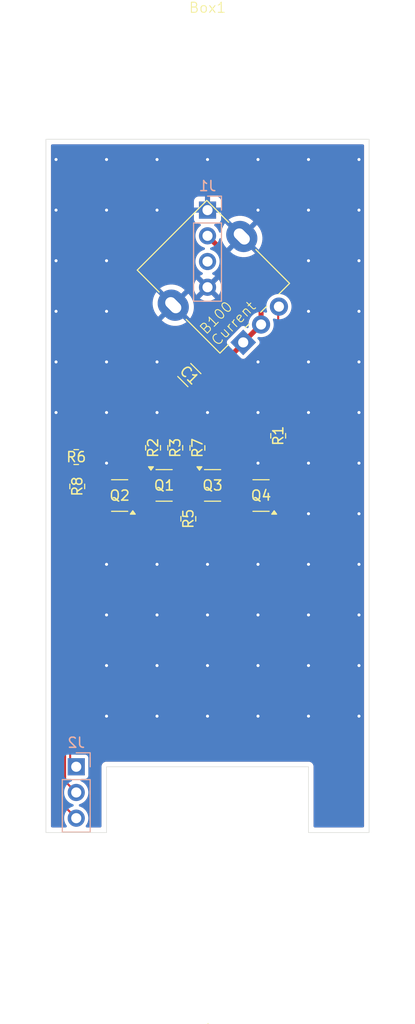
<source format=kicad_pcb>
(kicad_pcb (version 20241229) (generator "pcbnew") (generator_version "9.0")
  (layers (0 "F.Cu" jumper) (2 "B.Cu" signal) (13 "F.Paste" user) (15 "B.Paste" user) (5 "F.SilkS" user "F.Silkscreen") (7 "B.SilkS" user "B.Silkscreen") (1 "F.Mask" user) (3 "B.Mask" user) (25 "Edge.Cuts" user))
  (net 0 "")
  (net 1 "GND")
  (net 2 "IN")
  (net 3 "Net-(Q1A-B)")
  (net 4 "+V")
  (net 5 "Net-(Q1B-B)")
  (net 6 "GNDREF")
  (net 7 "Net-(Q1A-E)")
  (net 8 "Net-(Q1A-C)")
  (net 9 "Net-(Q2A-E)")
  (net 11 "Net-(Q3A-B)")
  (net 12 "Net-(Q3A-E)")
  (net 13 "Net-(Q3B-B)")
  (net 14 "Net-(Q4A-B)")
  (net 15 "Net-(R1-Pad1)")
  (net 16 "OUT")
  (footprint "Mylib:Potentiometer_9mm_MP" (layer "F.Cu") (at 100 76 45)
    (property "Reference" "RV1" (hide yes))
    (property "Value" "Current")
    (fp_line (start -4.87 -1.91) (end -4.87 -4.97) (stroke (width 0.12)) (layer "F.SilkS"))
    (fp_line (start 4.87 -4.97) (end -4.87 -4.97) (stroke (width 0.12)) (layer "F.SilkS"))
    (fp_line (start -4.88 6.62) (end -4.88 1.9) (stroke (width 0.12)) (layer "F.SilkS"))
    (fp_line (start -3.69 6.62) (end -4.87 6.62) (stroke (width 0.12)) (layer "F.SilkS"))
    (fp_line (start 4.87 -1.91) (end 4.87 -4.97) (stroke (width 0.12)) (layer "F.SilkS"))
    (fp_line (start -0.789999 6.62) (end -1.32 6.62) (stroke (width 0.12)) (layer "F.SilkS"))
    (fp_line (start 1.66 6.62) (end 0.830001 6.62) (stroke (width 0.12)) (layer "F.SilkS"))
    (fp_line (start 4.87 6.62) (end 4.87 1.9) (stroke (width 0.12)) (layer "F.SilkS"))
    (fp_line (start 4.87 6.62) (end 3.38 6.62) (stroke (width 0.12)) (layer "F.SilkS"))
    (pad "1" thru_hole rect (at -2.5 7.5 45) (size 1.8 1.8) (drill 1) (layers "*.Cu" "*.Mask") (net 4 "+V"))
    (pad "2" thru_hole circle (at 0 7.5 45) (size 1.8 1.8) (drill 1) (layers "*.Cu" "*.Mask") (net 4 "+V"))
    (pad "3" thru_hole circle (at 2.5 7.5 45) (size 1.8 1.8) (drill 1) (layers "*.Cu" "*.Mask") (net 15 "Net-(R1-Pad1)"))
    (pad "MP" thru_hole oval (at -4.800001 0 45) (size 2.72 3.24) (drill oval 1.1 1.8) (layers "*.Cu" "*.Mask") (net 1 "GND"))
    (pad "MP" thru_hole oval (at 4.800001 0 45) (size 2.72 3.24) (drill oval 1.1 1.8) (layers "*.Cu" "*.Mask") (net 1 "GND"))
  )
  (footprint "Mylib:1590A" (layer "F.Cu") (at 100 100)
    (property "Reference" "Box1" (at 0 -50 0) (layer "F.SilkS") (effects (font (thickness 0.1))))
    (property "Value" "1590A")
    (fp_line (start 0.05 50.375) (end 0.05 50.375) (stroke (width 0.1)) (layer "F.SilkS"))
  )
  (footprint "Resistor_SMD:R_0805_2012Metric" (layer "F.Cu") (at 87 94.4)
    (property "Reference" "R6" (at 0 0 0) (layer "F.SilkS"))
    (property "Value" "22k")
    (fp_line (start -0.227064 -0.735) (end 0.227064 -0.735) (stroke (width 0.12)) (layer "F.SilkS"))
    (fp_line (start -0.227064 0.735) (end 0.227064 0.735) (stroke (width 0.12)) (layer "F.SilkS"))
    (pad "1" smd roundrect (at -0.9125 0) (size 1.025 1.4) (layers "F.Cu" "F.Mask" "F.Paste") (roundrect_rratio 0.243902) (net 2 "IN"))
    (pad "2" smd roundrect (at 0.9125 0) (size 1.025 1.4) (layers "F.Cu" "F.Mask" "F.Paste") (roundrect_rratio 0.243902) (net 3 "Net-(Q1A-B)"))
  )
  (footprint "Resistor_SMD:R_0805_2012Metric" (layer "F.Cu") (at 96.807214 93.4875 -90)
    (property "Reference" "R3" (at 0 0 90) (layer "F.SilkS"))
    (property "Value" "10k")
    (fp_line (start -0.227064 0.735) (end 0.227064 0.735) (stroke (width 0.12)) (layer "F.SilkS"))
    (fp_line (start -0.227064 -0.735) (end 0.227064 -0.735) (stroke (width 0.12)) (layer "F.SilkS"))
    (pad "1" smd roundrect (at -0.9125 0 270) (size 1.025 1.4) (layers "F.Cu" "F.Mask" "F.Paste") (roundrect_rratio 0.243902) (net 4 "+V"))
    (pad "2" smd roundrect (at 0.9125 0 270) (size 1.025 1.4) (layers "F.Cu" "F.Mask" "F.Paste") (roundrect_rratio 0.243902) (net 16 "OUT"))
  )
  (footprint "Resistor_SMD:R_0805_2012Metric" (layer "F.Cu") (at 87.1 97.3 90)
    (property "Reference" "R8" (at 0 0 90) (layer "F.SilkS"))
    (property "Value" "22k")
    (fp_line (start -0.227064 -0.735) (end 0.227064 -0.735) (stroke (width 0.12)) (layer "F.SilkS"))
    (fp_line (start -0.227064 0.735) (end 0.227064 0.735) (stroke (width 0.12)) (layer "F.SilkS"))
    (pad "1" smd roundrect (at -0.9125 0 90) (size 1.025 1.4) (layers "F.Cu" "F.Mask" "F.Paste") (roundrect_rratio 0.243902) (net 6 "GNDREF"))
    (pad "2" smd roundrect (at 0.9125 0 90) (size 1.025 1.4) (layers "F.Cu" "F.Mask" "F.Paste") (roundrect_rratio 0.243902) (net 5 "Net-(Q1B-B)"))
  )
  (footprint "Resistor_SMD:R_0805_2012Metric" (layer "F.Cu") (at 99 93.5 -90)
    (property "Reference" "R7" (at 0 0 90) (layer "F.SilkS"))
    (property "Value" "22k")
    (fp_line (start -0.227064 0.735) (end 0.227064 0.735) (stroke (width 0.12)) (layer "F.SilkS"))
    (fp_line (start -0.227064 -0.735) (end 0.227064 -0.735) (stroke (width 0.12)) (layer "F.SilkS"))
    (pad "1" smd roundrect (at -0.9125 0 270) (size 1.025 1.4) (layers "F.Cu" "F.Mask" "F.Paste") (roundrect_rratio 0.243902) (net 2 "IN"))
    (pad "2" smd roundrect (at 0.9125 0 270) (size 1.025 1.4) (layers "F.Cu" "F.Mask" "F.Paste") (roundrect_rratio 0.243902) (net 11 "Net-(Q3A-B)"))
  )
  (footprint "Capacitor_SMD:C_1206_3216Metric_Pad1.33x1.80mm_HandSolder" (layer "F.Cu") (at 98.2 86.3 135)
    (property "Reference" "C1" (at -0.000001 0 135) (layer "F.SilkS"))
    (property "Value" "22uF")
    (fp_line (start -0.711252 -0.91) (end 0.711252 -0.91) (stroke (width 0.12)) (layer "F.SilkS"))
    (fp_line (start -0.711252 0.91) (end 0.711252 0.91) (stroke (width 0.12)) (layer "F.SilkS"))
    (pad "1" smd roundrect (at -1.5625 0 135) (size 1.325 1.8) (layers "F.Cu" "F.Mask" "F.Paste") (roundrect_rratio 0.188679) (net 4 "+V"))
    (pad "2" smd roundrect (at 1.5625 0 135) (size 1.325 1.8) (layers "F.Cu" "F.Mask" "F.Paste") (roundrect_rratio 0.188679) (net 1 "GND"))
  )
  (footprint "Package_TO_SOT_SMD:SOT-23-6" (layer "F.Cu") (at 100.5 97.2)
    (property "Reference" "Q3" (at 0 0 0) (layer "F.SilkS"))
    (property "Value" "DMMT5551")
    (fp_line (start 0 -1.56) (end -0.8 -1.56) (stroke (width 0.12)) (layer "F.SilkS"))
    (fp_line (start 0 -1.56) (end 0.8 -1.56) (stroke (width 0.12)) (layer "F.SilkS"))
    (fp_line (start 0 1.56) (end -0.8 1.56) (stroke (width 0.12)) (layer "F.SilkS"))
    (fp_line (start 0 1.56) (end 0.8 1.56) (stroke (width 0.12)) (layer "F.SilkS"))
    (fp_poly (pts (xy -1.3 -1.51) (xy -1.54 -1.84) (xy -1.06 -1.84)) (stroke (width 0.12)) (fill yes) (layer "F.SilkS"))
    (pad "1" smd roundrect (at -1.1375 -0.95) (size 1.325 0.6) (layers "F.Cu" "F.Mask" "F.Paste") (net 7 "Net-(Q1A-E)"))
    (pad "2" smd roundrect (at -1.1375 0) (size 1.325 0.6) (layers "F.Cu" "F.Mask" "F.Paste") (net 11 "Net-(Q3A-B)"))
    (pad "3" smd roundrect (at -1.1375 0.95) (size 1.325 0.6) (layers "F.Cu" "F.Mask" "F.Paste") (net 13 "Net-(Q3B-B)"))
    (pad "4" smd roundrect (at 1.1375 0.95) (size 1.325 0.6) (layers "F.Cu" "F.Mask" "F.Paste") (net 9 "Net-(Q2A-E)"))
    (pad "5" smd roundrect (at 1.1375 0) (size 1.325 0.6) (layers "F.Cu" "F.Mask" "F.Paste") (net 12 "Net-(Q3A-E)"))
    (pad "6" smd roundrect (at 1.1375 -0.95) (size 1.325 0.6) (layers "F.Cu" "F.Mask" "F.Paste") (net 12 "Net-(Q3A-E)"))
  )
  (footprint "Resistor_SMD:R_0805_2012Metric" (layer "F.Cu") (at 107 92.3 -90)
    (property "Reference" "R1" (at 0 0 90) (layer "F.SilkS"))
    (property "Value" "10k")
    (fp_line (start -0.227064 0.735) (end 0.227064 0.735) (stroke (width 0.12)) (layer "F.SilkS"))
    (fp_line (start -0.227064 -0.735) (end 0.227064 -0.735) (stroke (width 0.12)) (layer "F.SilkS"))
    (pad "1" smd roundrect (at -0.9125 0 270) (size 1.025 1.4) (layers "F.Cu" "F.Mask" "F.Paste") (roundrect_rratio 0.243902) (net 15 "Net-(R1-Pad1)"))
    (pad "2" smd roundrect (at 0.9125 0 270) (size 1.025 1.4) (layers "F.Cu" "F.Mask" "F.Paste") (roundrect_rratio 0.243902) (net 14 "Net-(Q4A-B)"))
  )
  (footprint "Resistor_SMD:R_0805_2012Metric" (layer "F.Cu") (at 94.607214 93.4875 -90)
    (property "Reference" "R2" (at 0 0 90) (layer "F.SilkS"))
    (property "Value" "10k")
    (fp_line (start -0.227064 0.735) (end 0.227064 0.735) (stroke (width 0.12)) (layer "F.SilkS"))
    (fp_line (start -0.227064 -0.735) (end 0.227064 -0.735) (stroke (width 0.12)) (layer "F.SilkS"))
    (pad "1" smd roundrect (at -0.9125 0 270) (size 1.025 1.4) (layers "F.Cu" "F.Mask" "F.Paste") (roundrect_rratio 0.243902) (net 4 "+V"))
    (pad "2" smd roundrect (at 0.9125 0 270) (size 1.025 1.4) (layers "F.Cu" "F.Mask" "F.Paste") (roundrect_rratio 0.243902) (net 8 "Net-(Q1A-C)"))
  )
  (footprint "Package_TO_SOT_SMD:SOT-23-6" (layer "F.Cu") (at 105.3 98.2 180)
    (property "Reference" "Q4" (at 0 0 0) (layer "F.SilkS"))
    (property "Value" "DMMT5551")
    (fp_line (start 0 1.56) (end 0.8 1.56) (stroke (width 0.12)) (layer "F.SilkS"))
    (fp_line (start 0 1.56) (end -0.8 1.56) (stroke (width 0.12)) (layer "F.SilkS"))
    (fp_line (start 0 -1.56) (end 0.8 -1.56) (stroke (width 0.12)) (layer "F.SilkS"))
    (fp_line (start 0 -1.56) (end -0.8 -1.56) (stroke (width 0.12)) (layer "F.SilkS"))
    (fp_poly (pts (xy -1.3 -1.51) (xy -1.54 -1.84) (xy -1.06 -1.84)) (stroke (width 0.12)) (fill yes) (layer "F.SilkS"))
    (pad "1" smd roundrect (at -1.1375 -0.95 180) (size 1.325 0.6) (layers "F.Cu" "F.Mask" "F.Paste") (net 14 "Net-(Q4A-B)"))
    (pad "2" smd roundrect (at -1.1375 0 180) (size 1.325 0.6) (layers "F.Cu" "F.Mask" "F.Paste") (net 14 "Net-(Q4A-B)"))
    (pad "3" smd roundrect (at -1.1375 0.95 180) (size 1.325 0.6) (layers "F.Cu" "F.Mask" "F.Paste") (net 14 "Net-(Q4A-B)"))
    (pad "4" smd roundrect (at 1.1375 0.95 180) (size 1.325 0.6) (layers "F.Cu" "F.Mask" "F.Paste") (net 12 "Net-(Q3A-E)"))
    (pad "5" smd roundrect (at 1.1375 0 180) (size 1.325 0.6) (layers "F.Cu" "F.Mask" "F.Paste") (net 1 "GND"))
    (pad "6" smd roundrect (at 1.1375 -0.95 180) (size 1.325 0.6) (layers "F.Cu" "F.Mask" "F.Paste") (net 1 "GND"))
  )
  (footprint "Package_TO_SOT_SMD:SOT-23-6" (layer "F.Cu") (at 91.3 98.2 180)
    (property "Reference" "Q2" (at 0 0 0) (layer "F.SilkS"))
    (property "Value" "DMMT5551")
    (fp_line (start 0 1.56) (end 0.8 1.56) (stroke (width 0.12)) (layer "F.SilkS"))
    (fp_line (start 0 1.56) (end -0.8 1.56) (stroke (width 0.12)) (layer "F.SilkS"))
    (fp_line (start 0 -1.56) (end 0.8 -1.56) (stroke (width 0.12)) (layer "F.SilkS"))
    (fp_line (start 0 -1.56) (end -0.8 -1.56) (stroke (width 0.12)) (layer "F.SilkS"))
    (fp_poly (pts (xy -1.3 -1.51) (xy -1.54 -1.84) (xy -1.06 -1.84)) (stroke (width 0.12)) (fill yes) (layer "F.SilkS"))
    (pad "1" smd roundrect (at -1.1375 -0.95 180) (size 1.325 0.6) (layers "F.Cu" "F.Mask" "F.Paste") (net 8 "Net-(Q1A-C)"))
    (pad "2" smd roundrect (at -1.1375 0 180) (size 1.325 0.6) (layers "F.Cu" "F.Mask" "F.Paste") (net 5 "Net-(Q1B-B)"))
    (pad "3" smd roundrect (at -1.1375 0.95 180) (size 1.325 0.6) (layers "F.Cu" "F.Mask" "F.Paste") (net 3 "Net-(Q1A-B)"))
    (pad "4" smd roundrect (at 1.1375 0.95 180) (size 1.325 0.6) (layers "F.Cu" "F.Mask" "F.Paste") (net 16 "OUT"))
    (pad "5" smd roundrect (at 1.1375 0 180) (size 1.325 0.6) (layers "F.Cu" "F.Mask" "F.Paste") (net 9 "Net-(Q2A-E)"))
    (pad "6" smd roundrect (at 1.1375 -0.95 180) (size 1.325 0.6) (layers "F.Cu" "F.Mask" "F.Paste") (net 9 "Net-(Q2A-E)"))
  )
  (footprint "Package_TO_SOT_SMD:SOT-23-6" (layer "F.Cu") (at 95.7 97.2)
    (property "Reference" "Q1" (at 0 0 0) (layer "F.SilkS"))
    (property "Value" "DMMT5551")
    (fp_line (start 0 -1.56) (end -0.8 -1.56) (stroke (width 0.12)) (layer "F.SilkS"))
    (fp_line (start 0 -1.56) (end 0.8 -1.56) (stroke (width 0.12)) (layer "F.SilkS"))
    (fp_line (start 0 1.56) (end -0.8 1.56) (stroke (width 0.12)) (layer "F.SilkS"))
    (fp_line (start 0 1.56) (end 0.8 1.56) (stroke (width 0.12)) (layer "F.SilkS"))
    (fp_poly (pts (xy -1.3 -1.51) (xy -1.54 -1.84) (xy -1.06 -1.84)) (stroke (width 0.12)) (fill yes) (layer "F.SilkS"))
    (pad "1" smd roundrect (at -1.1375 -0.95) (size 1.325 0.6) (layers "F.Cu" "F.Mask" "F.Paste") (net 8 "Net-(Q1A-C)"))
    (pad "2" smd roundrect (at -1.1375 0) (size 1.325 0.6) (layers "F.Cu" "F.Mask" "F.Paste") (net 3 "Net-(Q1A-B)"))
    (pad "3" smd roundrect (at -1.1375 0.95) (size 1.325 0.6) (layers "F.Cu" "F.Mask" "F.Paste") (net 5 "Net-(Q1B-B)"))
    (pad "4" smd roundrect (at 1.1375 0.95) (size 1.325 0.6) (layers "F.Cu" "F.Mask" "F.Paste") (net 16 "OUT"))
    (pad "5" smd roundrect (at 1.1375 0) (size 1.325 0.6) (layers "F.Cu" "F.Mask" "F.Paste") (net 7 "Net-(Q1A-E)"))
    (pad "6" smd roundrect (at 1.1375 -0.95) (size 1.325 0.6) (layers "F.Cu" "F.Mask" "F.Paste") (net 7 "Net-(Q1A-E)"))
  )
  (footprint "Resistor_SMD:R_0805_2012Metric" (layer "F.Cu") (at 98.1 100.5 90)
    (property "Reference" "R5" (at 0 0 90) (layer "F.SilkS"))
    (property "Value" "22k")
    (fp_line (start -0.227064 -0.735) (end 0.227064 -0.735) (stroke (width 0.12)) (layer "F.SilkS"))
    (fp_line (start -0.227064 0.735) (end 0.227064 0.735) (stroke (width 0.12)) (layer "F.SilkS"))
    (pad "1" smd roundrect (at -0.9125 0 90) (size 1.025 1.4) (layers "F.Cu" "F.Mask" "F.Paste") (roundrect_rratio 0.243902) (net 6 "GNDREF"))
    (pad "2" smd roundrect (at 0.9125 0 90) (size 1.025 1.4) (layers "F.Cu" "F.Mask" "F.Paste") (roundrect_rratio 0.243902) (net 13 "Net-(Q3B-B)"))
  )
  (footprint "Connector_PinHeader_2.54mm:PinHeader_1x04_P2.54mm_Vertical" (layer "B.Cu") (at 100 70 180)
    (property "Reference" "J1" (at 0 2.38 0) (layer "B.SilkS") (effects (justify mirror)))
    (property "Value" "Conn_01x04_Pin")
    (fp_line (start 1.38 -1.27) (end 1.38 -9) (stroke (width 0.12)) (layer "B.SilkS"))
    (fp_line (start -1.38 1.38) (end 0 1.38) (stroke (width 0.12)) (layer "B.SilkS"))
    (fp_line (start -1.38 0) (end -1.38 1.38) (stroke (width 0.12)) (layer "B.SilkS"))
    (fp_line (start -1.38 -1.27) (end 1.38 -1.27) (stroke (width 0.12)) (layer "B.SilkS"))
    (fp_line (start -1.38 -1.27) (end -1.38 -9) (stroke (width 0.12)) (layer "B.SilkS"))
    (fp_line (start -1.38 -9) (end 1.38 -9) (stroke (width 0.12)) (layer "B.SilkS"))
    (pad "1" thru_hole rect (at 0 0 180) (size 1.7 1.7) (drill 1) (layers "*.Cu" "*.Mask") (net 1 "GND"))
    (pad "2" thru_hole circle (at 0 -2.54 180) (size 1.7 1.7) (drill 1) (layers "*.Cu" "*.Mask") (net 4 "+V"))
    (pad "3" thru_hole circle (at 0 -5.08 180) (size 1.7 1.7) (drill 1) (layers "*.Cu" "*.Mask"))
    (pad "4" thru_hole circle (at 0 -7.62 180) (size 1.7 1.7) (drill 1) (layers "*.Cu" "*.Mask") (net 1 "GND"))
  )
  (footprint "Connector_PinHeader_2.54mm:PinHeader_1x03_P2.54mm_Vertical" (layer "B.Cu") (at 87 125 180)
    (property "Reference" "J2" (at 0 2.38 0) (layer "B.SilkS") (effects (justify mirror)))
    (property "Value" "Conn_01x03_Pin")
    (fp_line (start 1.38 -1.27) (end 1.38 -6.46) (stroke (width 0.12)) (layer "B.SilkS"))
    (fp_line (start -1.38 1.38) (end 0 1.38) (stroke (width 0.12)) (layer "B.SilkS"))
    (fp_line (start -1.38 0) (end -1.38 1.38) (stroke (width 0.12)) (layer "B.SilkS"))
    (fp_line (start -1.38 -1.27) (end 1.38 -1.27) (stroke (width 0.12)) (layer "B.SilkS"))
    (fp_line (start -1.38 -1.27) (end -1.38 -6.46) (stroke (width 0.12)) (layer "B.SilkS"))
    (fp_line (start -1.38 -6.46) (end 1.38 -6.46) (stroke (width 0.12)) (layer "B.SilkS"))
    (pad "1" thru_hole rect (at 0 0 180) (size 1.7 1.7) (drill 1) (layers "*.Cu" "*.Mask") (net 6 "GNDREF"))
    (pad "2" thru_hole circle (at 0 -2.54 180) (size 1.7 1.7) (drill 1) (layers "*.Cu" "*.Mask") (net 16 "OUT"))
    (pad "3" thru_hole circle (at 0 -5.08 180) (size 1.7 1.7) (drill 1) (layers "*.Cu" "*.Mask") (net 2 "IN"))
  )
  (gr_line (start 116 131.5) (end 116 63) (stroke (width 0.05)) (layer "Edge.Cuts"))
  (gr_line (start 84 131.5) (end 90 131.5) (stroke (width 0.05)) (layer "Edge.Cuts"))
  (gr_line (start 116 63) (end 84 63) (stroke (width 0.05)) (layer "Edge.Cuts"))
  (gr_line (start 90 125) (end 110 125) (stroke (width 0.05)) (layer "Edge.Cuts"))
  (gr_line (start 110 131.5) (end 116 131.5) (stroke (width 0.05)) (layer "Edge.Cuts"))
  (gr_line (start 90 131.5) (end 90 125) (stroke (width 0.05)) (layer "Edge.Cuts"))
  (gr_line (start 84 63) (end 84 131.5) (stroke (width 0.05)) (layer "Edge.Cuts"))
  (gr_line (start 110 125) (end 110 131.5) (stroke (width 0.05)) (layer "Edge.Cuts"))
  (gr_text "B100\nCurrent" (at 101 83.6 45) (layer "F.SilkS") (effects (font (size 1 1) (thickness 0.1)) (justify left bottom)))
  (via (at 90 110) (size 0.6) (drill 0.3) (layers "F.Cu" "B.Cu") (net 1))
  (via (at 95 105) (size 0.6) (drill 0.3) (layers "F.Cu" "B.Cu") (net 1))
  (via (at 110 70) (size 0.6) (drill 0.3) (layers "F.Cu" "B.Cu") (net 1))
  (via (at 115 70) (size 0.6) (drill 0.3) (layers "F.Cu" "B.Cu") (net 1))
  (via (at 110 120) (size 0.6) (drill 0.3) (layers "F.Cu" "B.Cu") (net 1))
  (via (at 90 85) (size 0.6) (drill 0.3) (layers "F.Cu" "B.Cu") (net 1))
  (via (at 95 120) (size 0.6) (drill 0.3) (layers "F.Cu" "B.Cu") (net 1))
  (via (at 105 95) (size 0.6) (drill 0.3) (layers "F.Cu" "B.Cu") (net 1))
  (via (at 90 105) (size 0.6) (drill 0.3) (layers "F.Cu" "B.Cu") (net 1))
  (via (at 115 80) (size 0.6) (drill 0.3) (layers "F.Cu" "B.Cu") (net 1))
  (via (at 85 85) (size 0.6) (drill 0.3) (layers "F.Cu" "B.Cu") (net 1))
  (via (at 90 120) (size 0.6) (drill 0.3) (layers "F.Cu" "B.Cu") (net 1))
  (via (at 105 65) (size 0.6) (drill 0.3) (layers "F.Cu" "B.Cu") (net 1))
  (via (at 115 85) (size 0.6) (drill 0.3) (layers "F.Cu" "B.Cu") (net 1))
  (via (at 110 110) (size 0.6) (drill 0.3) (layers "F.Cu" "B.Cu") (net 1))
  (via (at 115 100) (size 0.6) (drill 0.3) (layers "F.Cu" "B.Cu") (net 1))
  (via (at 105 105) (size 0.6) (drill 0.3) (layers "F.Cu" "B.Cu") (net 1))
  (via (at 110 75) (size 0.6) (drill 0.3) (layers "F.Cu" "B.Cu") (net 1))
  (via (at 90 70) (size 0.6) (drill 0.3) (layers "F.Cu" "B.Cu") (net 1))
  (via (at 115 105) (size 0.6) (drill 0.3) (layers "F.Cu" "B.Cu") (net 1))
  (via (at 115 90) (size 0.6) (drill 0.3) (layers "F.Cu" "B.Cu") (net 1))
  (via (at 110 95) (size 0.6) (drill 0.3) (layers "F.Cu" "B.Cu") (net 1))
  (via (at 85 90) (size 0.6) (drill 0.3) (layers "F.Cu" "B.Cu") (net 1))
  (via (at 95 90) (size 0.6) (drill 0.3) (layers "F.Cu" "B.Cu") (net 1))
  (via (at 100 120) (size 0.6) (drill 0.3) (layers "F.Cu" "B.Cu") (net 1))
  (via (at 90 90) (size 0.6) (drill 0.3) (layers "F.Cu" "B.Cu") (net 1))
  (via (at 110 85) (size 0.6) (drill 0.3) (layers "F.Cu" "B.Cu") (net 1))
  (via (at 95 115) (size 0.6) (drill 0.3) (layers "F.Cu" "B.Cu") (net 1))
  (via (at 85 80) (size 0.6) (drill 0.3) (layers "F.Cu" "B.Cu") (net 1))
  (via (at 95 110) (size 0.6) (drill 0.3) (layers "F.Cu" "B.Cu") (net 1))
  (via (at 90 65) (size 0.6) (drill 0.3) (layers "F.Cu" "B.Cu") (net 1))
  (via (at 100 115) (size 0.6) (drill 0.3) (layers "F.Cu" "B.Cu") (net 1))
  (via (at 110 100) (size 0.6) (drill 0.3) (layers "F.Cu" "B.Cu") (net 1))
  (via (at 100 65) (size 0.6) (drill 0.3) (layers "F.Cu" "B.Cu") (net 1))
  (via (at 95 70) (size 0.6) (drill 0.3) (layers "F.Cu" "B.Cu") (net 1))
  (via (at 110 90) (size 0.6) (drill 0.3) (layers "F.Cu" "B.Cu") (net 1))
  (via (at 105 70) (size 0.6) (drill 0.3) (layers "F.Cu" "B.Cu") (net 1))
  (via (at 100 105) (size 0.6) (drill 0.3) (layers "F.Cu" "B.Cu") (net 1))
  (via (at 95 85) (size 0.6) (drill 0.3) (layers "F.Cu" "B.Cu") (net 1))
  (via (at 115 115) (size 0.6) (drill 0.3) (layers "F.Cu" "B.Cu") (net 1))
  (via (at 110 80) (size 0.6) (drill 0.3) (layers "F.Cu" "B.Cu") (net 1))
  (via (at 100 110) (size 0.6) (drill 0.3) (layers "F.Cu" "B.Cu") (net 1))
  (via (at 85 65) (size 0.6) (drill 0.3) (layers "F.Cu" "B.Cu") (net 1))
  (via (at 100 90) (size 0.6) (drill 0.3) (layers "F.Cu" "B.Cu") (net 1))
  (via (at 105 90) (size 0.6) (drill 0.3) (layers "F.Cu" "B.Cu") (net 1))
  (via (at 95 65) (size 0.6) (drill 0.3) (layers "F.Cu" "B.Cu") (net 1))
  (via (at 110 115) (size 0.6) (drill 0.3) (layers "F.Cu" "B.Cu") (net 1))
  (via (at 85 70) (size 0.6) (drill 0.3) (layers "F.Cu" "B.Cu") (net 1))
  (via (at 105 120) (size 0.6) (drill 0.3) (layers "F.Cu" "B.Cu") (net 1))
  (via (at 90 80) (size 0.6) (drill 0.3) (layers "F.Cu" "B.Cu") (net 1))
  (via (at 105 110) (size 0.6) (drill 0.3) (layers "F.Cu" "B.Cu") (net 1))
  (via (at 90 115) (size 0.6) (drill 0.3) (layers "F.Cu" "B.Cu") (net 1))
  (via (at 110 105) (size 0.6) (drill 0.3) (layers "F.Cu" "B.Cu") (net 1))
  (via (at 105 115) (size 0.6) (drill 0.3) (layers "F.Cu" "B.Cu") (net 1))
  (via (at 115 65) (size 0.6) (drill 0.3) (layers "F.Cu" "B.Cu") (net 1))
  (via (at 115 75) (size 0.6) (drill 0.3) (layers "F.Cu" "B.Cu") (net 1))
  (via (at 115 120) (size 0.6) (drill 0.3) (layers "F.Cu" "B.Cu") (net 1))
  (via (at 85 75) (size 0.6) (drill 0.3) (layers "F.Cu" "B.Cu") (net 1))
  (via (at 90 75) (size 0.6) (drill 0.3) (layers "F.Cu" "B.Cu") (net 1))
  (via (at 105 85) (size 0.6) (drill 0.3) (layers "F.Cu" "B.Cu") (net 1))
  (via (at 90 95) (size 0.6) (drill 0.3) (layers "F.Cu" "B.Cu") (net 1))
  (via (at 115 95) (size 0.6) (drill 0.3) (layers "F.Cu" "B.Cu") (net 1))
  (via (at 110 65) (size 0.6) (drill 0.3) (layers "F.Cu" "B.Cu") (net 1))
  (via (at 115 110) (size 0.6) (drill 0.3) (layers "F.Cu" "B.Cu") (net 1))
  (segment (start 85.3875 97.8125) (end 85.3875 128.4675) (width 0.2) (layer "F.Cu") (net 2))
  (segment (start 86.1 94.4125) (end 86.1 97.1) (width 0.2) (layer "F.Cu") (net 2))
  (segment (start 86.4615 93.3385) (end 86.0875 93.7125) (width 0.2) (layer "F.Cu") (net 2))
  (segment (start 99 92.5875) (end 98.249 93.3385) (width 0.2) (layer "F.Cu") (net 2))
  (segment (start 98.249 93.3385) (end 86.4615 93.3385) (width 0.2) (layer "F.Cu") (net 2))
  (segment (start 86.1 97.1) (end 85.3875 97.8125) (width 0.2) (layer "F.Cu") (net 2))
  (segment (start 86.0875 93.7125) (end 86.0875 94.4) (width 0.2) (layer "F.Cu") (net 2))
  (segment (start 99 92.5875) (end 98.8 92.5875) (width 0.2) (layer "F.Cu") (net 2))
  (segment (start 86.0875 94.4) (end 86.1 94.4125) (width 0.2) (layer "F.Cu") (net 2))
  (segment (start 85.3875 128.4675) (end 87 130.08) (width 0.2) (layer "F.Cu") (net 2))
  (segment (start 91.802 97.25) (end 91.802 97.159355) (width 0.2) (layer "F.Cu") (net 3))
  (segment (start 92.4375 97.25) (end 94.5125 97.25) (width 0.2) (layer "F.Cu") (net 3))
  (segment (start 90.679144 96.0365) (end 88.3365 96.0365) (width 0.2) (layer "F.Cu") (net 3))
  (segment (start 87.9125 95.6125) (end 87.9125 94.4) (width 0.2) (layer "F.Cu") (net 3))
  (segment (start 91.802 97.159355) (end 90.679144 96.0365) (width 0.2) (layer "F.Cu") (net 3))
  (segment (start 88.3365 96.0365) (end 87.9125 95.6125) (width 0.2) (layer "F.Cu") (net 3))
  (segment (start 94.5125 97.25) (end 94.5625 97.2) (width 0.2) (layer "F.Cu") (net 3))
  (segment (start 92.4375 97.25) (end 91.802 97.25) (width 0.2) (layer "F.Cu") (net 3))
  (segment (start 96.779447 92.547233) (end 96.807214 92.575) (width 0.5) (layer "F.Cu") (net 4))
  (segment (start 96.6 90.1) (end 103.535533 83.164467) (width 0.5) (layer "F.Cu") (net 4))
  (segment (start 105.303301 81.303301) (end 103.535533 83.071067) (width 0.5) (layer "F.Cu") (net 4))
  (segment (start 103.535533 83.164467) (end 103.535533 83.071067) (width 0.5) (layer "F.Cu") (net 4))
  (segment (start 94.607214 92.575) (end 96.807214 92.575) (width 0.5) (layer "F.Cu") (net 4))
  (segment (start 96.807214 92.575) (end 96.6 92.367786) (width 0.5) (layer "F.Cu") (net 4))
  (segment (start 105.303301 77.843301) (end 105.303301 81.303301) (width 0.5) (layer "F.Cu") (net 4))
  (segment (start 96.6 92.367786) (end 96.6 90.1) (width 0.5) (layer "F.Cu") (net 4))
  (segment (start 100 72.54) (end 105.303301 77.843301) (width 0.5) (layer "F.Cu") (net 4))
  (segment (start 91.451 97.875999) (end 91.451 97.304744) (width 0.2) (layer "F.Cu") (net 5))
  (segment (start 92.4375 98.2) (end 94.5125 98.2) (width 0.2) (layer "F.Cu") (net 5))
  (segment (start 94.5125 98.2) (end 94.5625 98.15) (width 0.2) (layer "F.Cu") (net 5))
  (segment (start 90.533756 96.3875) (end 87.1 96.3875) (width 0.2) (layer "F.Cu") (net 5))
  (segment (start 91.451 97.304744) (end 90.533756 96.3875) (width 0.2) (layer "F.Cu") (net 5))
  (segment (start 92.4375 98.2) (end 91.775001 98.2) (width 0.2) (layer "F.Cu") (net 5))
  (segment (start 91.775001 98.2) (end 91.451 97.875999) (width 0.2) (layer "F.Cu") (net 5))
  (segment (start 86.4 124.4) (end 86.4 98.9125) (width 0.2) (layer "F.Cu") (net 6))
  (segment (start 90.3 101.4125) (end 87.1 98.2125) (width 0.2) (layer "F.Cu") (net 6))
  (segment (start 98.1 101.4125) (end 90.3 101.4125) (width 0.2) (layer "F.Cu") (net 6))
  (segment (start 86.4 98.9125) (end 87.1 98.2125) (width 0.2) (layer "F.Cu") (net 6))
  (segment (start 87 125) (end 86.4 124.4) (width 0.2) (layer "F.Cu") (net 6))
  (segment (start 96.8375 97.2) (end 96.8375 96.25) (width 0.2) (layer "F.Cu") (net 7))
  (segment (start 96.8375 96.25) (end 99.3625 96.25) (width 0.2) (layer "F.Cu") (net 7))
  (segment (start 95.224999 96.25) (end 95.501 96.526001) (width 0.2) (layer "F.Cu") (net 8))
  (segment (start 95.501 96.8) (end 95.501 98.480612) (width 0.2) (layer "F.Cu") (net 8))
  (segment (start 94.607214 94.4) (end 94.607214 96.205286) (width 0.2) (layer "F.Cu") (net 8))
  (segment (start 95.501 98.480612) (end 94.831612 99.15) (width 0.2) (layer "F.Cu") (net 8))
  (segment (start 95.501 96.526001) (end 95.501 96.8) (width 0.2) (layer "F.Cu") (net 8))
  (segment (start 94.831612 99.15) (end 93.1 99.15) (width 0.2) (layer "F.Cu") (net 8))
  (segment (start 94.862894 94.4) (end 94.607214 94.4) (width 0.2) (layer "F.Cu") (net 8))
  (segment (start 94.607214 96.205286) (end 94.5625 96.25) (width 0.2) (layer "F.Cu") (net 8))
  (segment (start 94.5625 96.25) (end 95.224999 96.25) (width 0.2) (layer "F.Cu") (net 8))
  (segment (start 92.4375 99.15) (end 93.1 99.15) (width 0.2) (layer "F.Cu") (net 8))
  (segment (start 99.2875 100.5) (end 101.6375 98.15) (width 0.2) (layer "F.Cu") (net 9))
  (segment (start 90.1625 98.2) (end 90.1625 99.15) (width 0.2) (layer "F.Cu") (net 9))
  (segment (start 90.1625 99.15) (end 91.5125 100.5) (width 0.2) (layer "F.Cu") (net 9))
  (segment (start 91.5125 100.5) (end 99.2875 100.5) (width 0.2) (layer "F.Cu") (net 9))
  (segment (start 100.3 96.924999) (end 100.024999 97.2) (width 0.2) (layer "F.Cu") (net 11))
  (segment (start 100.024999 97.2) (end 99.3625 97.2) (width 0.2) (layer "F.Cu") (net 11))
  (segment (start 99 94.6125) (end 100.3 95.9125) (width 0.2) (layer "F.Cu") (net 11))
  (segment (start 100.3 95.9125) (end 100.3 96.924999) (width 0.2) (layer "F.Cu") (net 11))
  (segment (start 99 94.4125) (end 99 94.6125) (width 0.2) (layer "F.Cu") (net 11))
  (segment (start 101.6375 97.2) (end 101.6375 96.25) (width 0.2) (layer "F.Cu") (net 12))
  (segment (start 104.1125 97.2) (end 104.1625 97.25) (width 0.2) (layer "F.Cu") (net 12))
  (segment (start 101.6375 97.2) (end 104.1125 97.2) (width 0.2) (layer "F.Cu") (net 12))
  (segment (start 99.3625 98.15) (end 99.3625 98.325) (width 0.2) (layer "F.Cu") (net 13))
  (segment (start 99.3625 98.325) (end 98.1 99.5875) (width 0.2) (layer "F.Cu") (net 13))
  (segment (start 107 93.2125) (end 107 96.6875) (width 0.2) (layer "F.Cu") (net 14))
  (segment (start 106.4375 99.15) (end 106.4375 97.25) (width 0.2) (layer "F.Cu") (net 14))
  (segment (start 107 96.6875) (end 106.4375 97.25) (width 0.2) (layer "F.Cu") (net 14))
  (segment (start 107.235534 79.535534) (end 107.071067 79.535534) (width 0.2) (layer "F.Cu") (net 15))
  (segment (start 107 79.606602) (end 107.071068 79.535534) (width 0.2) (layer "F.Cu") (net 15))
  (segment (start 107 91.3875) (end 107 79.606602) (width 0.2) (layer "F.Cu") (net 15))
  (segment (start 96.8375 98.15) (end 96.553744 98.15) (width 0.2) (layer "F.Cu") (net 16))
  (segment (start 90.824999 97.25) (end 91.1 97.525001) (width 0.2) (layer "F.Cu") (net 16))
  (segment (start 96.553744 98.15) (end 95.852 97.448256) (width 0.2) (layer "F.Cu") (net 16))
  (segment (start 97.031447 94.368553) (end 97 94.4) (width 0.2) (layer "F.Cu") (net 16))
  (segment (start 97 94.4) (end 96.807214 94.4) (width 0.2) (layer "F.Cu") (net 16))
  (segment (start 90.1625 97.25) (end 86.634552 97.25) (width 0.2) (layer "F.Cu") (net 16))
  (segment (start 85.899 97.985552) (end 85.899 126.439) (width 0.2) (layer "F.Cu") (net 16))
  (segment (start 90.1625 97.25) (end 90.824999 97.25) (width 0.2) (layer "F.Cu") (net 16))
  (segment (start 86.634552 97.25) (end 85.899 97.985552) (width 0.2) (layer "F.Cu") (net 16))
  (segment (start 96.496 94.4) (end 96.807214 94.4) (width 0.2) (layer "F.Cu") (net 16))
  (segment (start 96.8375 98.15) (end 96.352 98.15) (width 0.2) (layer "F.Cu") (net 16))
  (segment (start 95.852 97.448256) (end 95.852 95.355214) (width 0.2) (layer "F.Cu") (net 16))
  (segment (start 95.852 95.355214) (end 96.807214 94.4) (width 0.2) (layer "F.Cu") (net 16))
  (segment (start 85.899 126.439) (end 87 127.54) (width 0.2) (layer "F.Cu") (net 16))
  (segment (start 91.1 97.525001) (end 91.1 99.152322) (width 0.2) (layer "F.Cu") (net 16))
  (segment (start 95.2115 99.776) (end 96.8375 98.15) (width 0.2) (layer "F.Cu") (net 16))
  (segment (start 91.1 99.152322) (end 91.723678 99.776) (width 0.2) (layer "F.Cu") (net 16))
  (segment (start 91.723678 99.776) (end 95.2115 99.776) (width 0.2) (layer "F.Cu") (net 16))
  (zone (net 1) (net_name "GND") (layers "F.Cu" "B.Cu") (connect_pads (clearance 0.35)) (min_thickness 0.25) (fill yes (thermal_gap 0.5) (thermal_bridge_width 0.5) (smoothing chamfer) (radius 1))
    (polygon (pts (xy 80 54) (xy 120 54) (xy 120 140) (xy 100 140) (xy 100 132) (xy 80 132)))
  )
)
</source>
